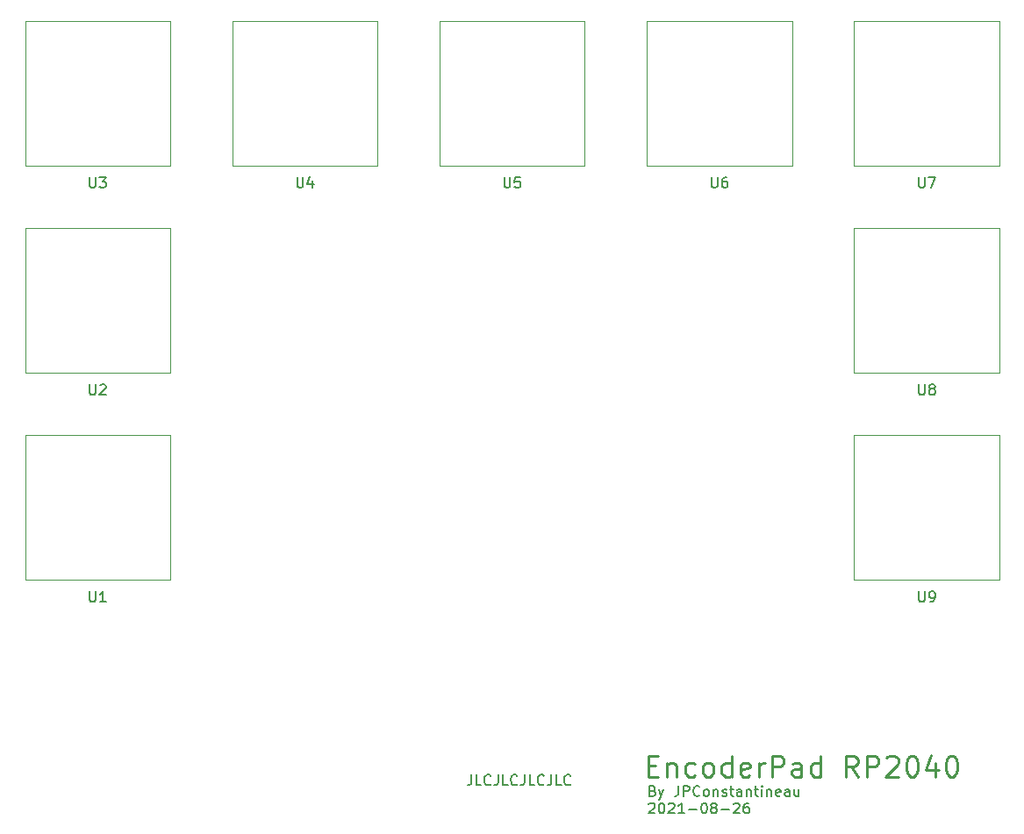
<source format=gbr>
G04 #@! TF.GenerationSoftware,KiCad,Pcbnew,(5.1.10)-1*
G04 #@! TF.CreationDate,2021-08-27T00:07:47-06:00*
G04 #@! TF.ProjectId,EncoderPad_RP2040,456e636f-6465-4725-9061-645f52503230,rev?*
G04 #@! TF.SameCoordinates,Original*
G04 #@! TF.FileFunction,Legend,Top*
G04 #@! TF.FilePolarity,Positive*
%FSLAX46Y46*%
G04 Gerber Fmt 4.6, Leading zero omitted, Abs format (unit mm)*
G04 Created by KiCad (PCBNEW (5.1.10)-1) date 2021-08-27 00:07:47*
%MOMM*%
%LPD*%
G01*
G04 APERTURE LIST*
%ADD10C,0.150000*%
%ADD11C,0.250000*%
%ADD12C,0.120000*%
G04 APERTURE END LIST*
D10*
X113571928Y-142359571D02*
X113714785Y-142407190D01*
X113762404Y-142454809D01*
X113810023Y-142550047D01*
X113810023Y-142692904D01*
X113762404Y-142788142D01*
X113714785Y-142835761D01*
X113619547Y-142883380D01*
X113238595Y-142883380D01*
X113238595Y-141883380D01*
X113571928Y-141883380D01*
X113667166Y-141931000D01*
X113714785Y-141978619D01*
X113762404Y-142073857D01*
X113762404Y-142169095D01*
X113714785Y-142264333D01*
X113667166Y-142311952D01*
X113571928Y-142359571D01*
X113238595Y-142359571D01*
X114143357Y-142216714D02*
X114381452Y-142883380D01*
X114619547Y-142216714D02*
X114381452Y-142883380D01*
X114286214Y-143121476D01*
X114238595Y-143169095D01*
X114143357Y-143216714D01*
X116048119Y-141883380D02*
X116048119Y-142597666D01*
X116000500Y-142740523D01*
X115905261Y-142835761D01*
X115762404Y-142883380D01*
X115667166Y-142883380D01*
X116524309Y-142883380D02*
X116524309Y-141883380D01*
X116905261Y-141883380D01*
X117000500Y-141931000D01*
X117048119Y-141978619D01*
X117095738Y-142073857D01*
X117095738Y-142216714D01*
X117048119Y-142311952D01*
X117000500Y-142359571D01*
X116905261Y-142407190D01*
X116524309Y-142407190D01*
X118095738Y-142788142D02*
X118048119Y-142835761D01*
X117905261Y-142883380D01*
X117810023Y-142883380D01*
X117667166Y-142835761D01*
X117571928Y-142740523D01*
X117524309Y-142645285D01*
X117476690Y-142454809D01*
X117476690Y-142311952D01*
X117524309Y-142121476D01*
X117571928Y-142026238D01*
X117667166Y-141931000D01*
X117810023Y-141883380D01*
X117905261Y-141883380D01*
X118048119Y-141931000D01*
X118095738Y-141978619D01*
X118667166Y-142883380D02*
X118571928Y-142835761D01*
X118524309Y-142788142D01*
X118476690Y-142692904D01*
X118476690Y-142407190D01*
X118524309Y-142311952D01*
X118571928Y-142264333D01*
X118667166Y-142216714D01*
X118810023Y-142216714D01*
X118905261Y-142264333D01*
X118952880Y-142311952D01*
X119000500Y-142407190D01*
X119000500Y-142692904D01*
X118952880Y-142788142D01*
X118905261Y-142835761D01*
X118810023Y-142883380D01*
X118667166Y-142883380D01*
X119429071Y-142216714D02*
X119429071Y-142883380D01*
X119429071Y-142311952D02*
X119476690Y-142264333D01*
X119571928Y-142216714D01*
X119714785Y-142216714D01*
X119810023Y-142264333D01*
X119857642Y-142359571D01*
X119857642Y-142883380D01*
X120286214Y-142835761D02*
X120381452Y-142883380D01*
X120571928Y-142883380D01*
X120667166Y-142835761D01*
X120714785Y-142740523D01*
X120714785Y-142692904D01*
X120667166Y-142597666D01*
X120571928Y-142550047D01*
X120429071Y-142550047D01*
X120333833Y-142502428D01*
X120286214Y-142407190D01*
X120286214Y-142359571D01*
X120333833Y-142264333D01*
X120429071Y-142216714D01*
X120571928Y-142216714D01*
X120667166Y-142264333D01*
X121000500Y-142216714D02*
X121381452Y-142216714D01*
X121143357Y-141883380D02*
X121143357Y-142740523D01*
X121190976Y-142835761D01*
X121286214Y-142883380D01*
X121381452Y-142883380D01*
X122143357Y-142883380D02*
X122143357Y-142359571D01*
X122095738Y-142264333D01*
X122000500Y-142216714D01*
X121810023Y-142216714D01*
X121714785Y-142264333D01*
X122143357Y-142835761D02*
X122048119Y-142883380D01*
X121810023Y-142883380D01*
X121714785Y-142835761D01*
X121667166Y-142740523D01*
X121667166Y-142645285D01*
X121714785Y-142550047D01*
X121810023Y-142502428D01*
X122048119Y-142502428D01*
X122143357Y-142454809D01*
X122619547Y-142216714D02*
X122619547Y-142883380D01*
X122619547Y-142311952D02*
X122667166Y-142264333D01*
X122762404Y-142216714D01*
X122905261Y-142216714D01*
X123000500Y-142264333D01*
X123048119Y-142359571D01*
X123048119Y-142883380D01*
X123381452Y-142216714D02*
X123762404Y-142216714D01*
X123524309Y-141883380D02*
X123524309Y-142740523D01*
X123571928Y-142835761D01*
X123667166Y-142883380D01*
X123762404Y-142883380D01*
X124095738Y-142883380D02*
X124095738Y-142216714D01*
X124095738Y-141883380D02*
X124048119Y-141931000D01*
X124095738Y-141978619D01*
X124143357Y-141931000D01*
X124095738Y-141883380D01*
X124095738Y-141978619D01*
X124571928Y-142216714D02*
X124571928Y-142883380D01*
X124571928Y-142311952D02*
X124619547Y-142264333D01*
X124714785Y-142216714D01*
X124857642Y-142216714D01*
X124952880Y-142264333D01*
X125000500Y-142359571D01*
X125000500Y-142883380D01*
X125857642Y-142835761D02*
X125762404Y-142883380D01*
X125571928Y-142883380D01*
X125476690Y-142835761D01*
X125429071Y-142740523D01*
X125429071Y-142359571D01*
X125476690Y-142264333D01*
X125571928Y-142216714D01*
X125762404Y-142216714D01*
X125857642Y-142264333D01*
X125905261Y-142359571D01*
X125905261Y-142454809D01*
X125429071Y-142550047D01*
X126762404Y-142883380D02*
X126762404Y-142359571D01*
X126714785Y-142264333D01*
X126619547Y-142216714D01*
X126429071Y-142216714D01*
X126333833Y-142264333D01*
X126762404Y-142835761D02*
X126667166Y-142883380D01*
X126429071Y-142883380D01*
X126333833Y-142835761D01*
X126286214Y-142740523D01*
X126286214Y-142645285D01*
X126333833Y-142550047D01*
X126429071Y-142502428D01*
X126667166Y-142502428D01*
X126762404Y-142454809D01*
X127667166Y-142216714D02*
X127667166Y-142883380D01*
X127238595Y-142216714D02*
X127238595Y-142740523D01*
X127286214Y-142835761D01*
X127381452Y-142883380D01*
X127524309Y-142883380D01*
X127619547Y-142835761D01*
X127667166Y-142788142D01*
X113190976Y-143628619D02*
X113238595Y-143581000D01*
X113333833Y-143533380D01*
X113571928Y-143533380D01*
X113667166Y-143581000D01*
X113714785Y-143628619D01*
X113762404Y-143723857D01*
X113762404Y-143819095D01*
X113714785Y-143961952D01*
X113143357Y-144533380D01*
X113762404Y-144533380D01*
X114381452Y-143533380D02*
X114476690Y-143533380D01*
X114571928Y-143581000D01*
X114619547Y-143628619D01*
X114667166Y-143723857D01*
X114714785Y-143914333D01*
X114714785Y-144152428D01*
X114667166Y-144342904D01*
X114619547Y-144438142D01*
X114571928Y-144485761D01*
X114476690Y-144533380D01*
X114381452Y-144533380D01*
X114286214Y-144485761D01*
X114238595Y-144438142D01*
X114190976Y-144342904D01*
X114143357Y-144152428D01*
X114143357Y-143914333D01*
X114190976Y-143723857D01*
X114238595Y-143628619D01*
X114286214Y-143581000D01*
X114381452Y-143533380D01*
X115095738Y-143628619D02*
X115143357Y-143581000D01*
X115238595Y-143533380D01*
X115476690Y-143533380D01*
X115571928Y-143581000D01*
X115619547Y-143628619D01*
X115667166Y-143723857D01*
X115667166Y-143819095D01*
X115619547Y-143961952D01*
X115048119Y-144533380D01*
X115667166Y-144533380D01*
X116619547Y-144533380D02*
X116048119Y-144533380D01*
X116333833Y-144533380D02*
X116333833Y-143533380D01*
X116238595Y-143676238D01*
X116143357Y-143771476D01*
X116048119Y-143819095D01*
X117048119Y-144152428D02*
X117810023Y-144152428D01*
X118476690Y-143533380D02*
X118571928Y-143533380D01*
X118667166Y-143581000D01*
X118714785Y-143628619D01*
X118762404Y-143723857D01*
X118810023Y-143914333D01*
X118810023Y-144152428D01*
X118762404Y-144342904D01*
X118714785Y-144438142D01*
X118667166Y-144485761D01*
X118571928Y-144533380D01*
X118476690Y-144533380D01*
X118381452Y-144485761D01*
X118333833Y-144438142D01*
X118286214Y-144342904D01*
X118238595Y-144152428D01*
X118238595Y-143914333D01*
X118286214Y-143723857D01*
X118333833Y-143628619D01*
X118381452Y-143581000D01*
X118476690Y-143533380D01*
X119381452Y-143961952D02*
X119286214Y-143914333D01*
X119238595Y-143866714D01*
X119190976Y-143771476D01*
X119190976Y-143723857D01*
X119238595Y-143628619D01*
X119286214Y-143581000D01*
X119381452Y-143533380D01*
X119571928Y-143533380D01*
X119667166Y-143581000D01*
X119714785Y-143628619D01*
X119762404Y-143723857D01*
X119762404Y-143771476D01*
X119714785Y-143866714D01*
X119667166Y-143914333D01*
X119571928Y-143961952D01*
X119381452Y-143961952D01*
X119286214Y-144009571D01*
X119238595Y-144057190D01*
X119190976Y-144152428D01*
X119190976Y-144342904D01*
X119238595Y-144438142D01*
X119286214Y-144485761D01*
X119381452Y-144533380D01*
X119571928Y-144533380D01*
X119667166Y-144485761D01*
X119714785Y-144438142D01*
X119762404Y-144342904D01*
X119762404Y-144152428D01*
X119714785Y-144057190D01*
X119667166Y-144009571D01*
X119571928Y-143961952D01*
X120190976Y-144152428D02*
X120952880Y-144152428D01*
X121381452Y-143628619D02*
X121429071Y-143581000D01*
X121524309Y-143533380D01*
X121762404Y-143533380D01*
X121857642Y-143581000D01*
X121905261Y-143628619D01*
X121952880Y-143723857D01*
X121952880Y-143819095D01*
X121905261Y-143961952D01*
X121333833Y-144533380D01*
X121952880Y-144533380D01*
X122810023Y-143533380D02*
X122619547Y-143533380D01*
X122524309Y-143581000D01*
X122476690Y-143628619D01*
X122381452Y-143771476D01*
X122333833Y-143961952D01*
X122333833Y-144342904D01*
X122381452Y-144438142D01*
X122429071Y-144485761D01*
X122524309Y-144533380D01*
X122714785Y-144533380D01*
X122810023Y-144485761D01*
X122857642Y-144438142D01*
X122905261Y-144342904D01*
X122905261Y-144104809D01*
X122857642Y-144009571D01*
X122810023Y-143961952D01*
X122714785Y-143914333D01*
X122524309Y-143914333D01*
X122429071Y-143961952D01*
X122381452Y-144009571D01*
X122333833Y-144104809D01*
D11*
X113160690Y-139938142D02*
X113827357Y-139938142D01*
X114113071Y-140985761D02*
X113160690Y-140985761D01*
X113160690Y-138985761D01*
X114113071Y-138985761D01*
X114970214Y-139652428D02*
X114970214Y-140985761D01*
X114970214Y-139842904D02*
X115065452Y-139747666D01*
X115255928Y-139652428D01*
X115541642Y-139652428D01*
X115732119Y-139747666D01*
X115827357Y-139938142D01*
X115827357Y-140985761D01*
X117636880Y-140890523D02*
X117446404Y-140985761D01*
X117065452Y-140985761D01*
X116874976Y-140890523D01*
X116779738Y-140795285D01*
X116684500Y-140604809D01*
X116684500Y-140033380D01*
X116779738Y-139842904D01*
X116874976Y-139747666D01*
X117065452Y-139652428D01*
X117446404Y-139652428D01*
X117636880Y-139747666D01*
X118779738Y-140985761D02*
X118589261Y-140890523D01*
X118494023Y-140795285D01*
X118398785Y-140604809D01*
X118398785Y-140033380D01*
X118494023Y-139842904D01*
X118589261Y-139747666D01*
X118779738Y-139652428D01*
X119065452Y-139652428D01*
X119255928Y-139747666D01*
X119351166Y-139842904D01*
X119446404Y-140033380D01*
X119446404Y-140604809D01*
X119351166Y-140795285D01*
X119255928Y-140890523D01*
X119065452Y-140985761D01*
X118779738Y-140985761D01*
X121160690Y-140985761D02*
X121160690Y-138985761D01*
X121160690Y-140890523D02*
X120970214Y-140985761D01*
X120589261Y-140985761D01*
X120398785Y-140890523D01*
X120303547Y-140795285D01*
X120208309Y-140604809D01*
X120208309Y-140033380D01*
X120303547Y-139842904D01*
X120398785Y-139747666D01*
X120589261Y-139652428D01*
X120970214Y-139652428D01*
X121160690Y-139747666D01*
X122874976Y-140890523D02*
X122684500Y-140985761D01*
X122303547Y-140985761D01*
X122113071Y-140890523D01*
X122017833Y-140700047D01*
X122017833Y-139938142D01*
X122113071Y-139747666D01*
X122303547Y-139652428D01*
X122684500Y-139652428D01*
X122874976Y-139747666D01*
X122970214Y-139938142D01*
X122970214Y-140128619D01*
X122017833Y-140319095D01*
X123827357Y-140985761D02*
X123827357Y-139652428D01*
X123827357Y-140033380D02*
X123922595Y-139842904D01*
X124017833Y-139747666D01*
X124208309Y-139652428D01*
X124398785Y-139652428D01*
X125065452Y-140985761D02*
X125065452Y-138985761D01*
X125827357Y-138985761D01*
X126017833Y-139081000D01*
X126113071Y-139176238D01*
X126208309Y-139366714D01*
X126208309Y-139652428D01*
X126113071Y-139842904D01*
X126017833Y-139938142D01*
X125827357Y-140033380D01*
X125065452Y-140033380D01*
X127922595Y-140985761D02*
X127922595Y-139938142D01*
X127827357Y-139747666D01*
X127636880Y-139652428D01*
X127255928Y-139652428D01*
X127065452Y-139747666D01*
X127922595Y-140890523D02*
X127732119Y-140985761D01*
X127255928Y-140985761D01*
X127065452Y-140890523D01*
X126970214Y-140700047D01*
X126970214Y-140509571D01*
X127065452Y-140319095D01*
X127255928Y-140223857D01*
X127732119Y-140223857D01*
X127922595Y-140128619D01*
X129732119Y-140985761D02*
X129732119Y-138985761D01*
X129732119Y-140890523D02*
X129541642Y-140985761D01*
X129160690Y-140985761D01*
X128970214Y-140890523D01*
X128874976Y-140795285D01*
X128779738Y-140604809D01*
X128779738Y-140033380D01*
X128874976Y-139842904D01*
X128970214Y-139747666D01*
X129160690Y-139652428D01*
X129541642Y-139652428D01*
X129732119Y-139747666D01*
X133351166Y-140985761D02*
X132684500Y-140033380D01*
X132208309Y-140985761D02*
X132208309Y-138985761D01*
X132970214Y-138985761D01*
X133160690Y-139081000D01*
X133255928Y-139176238D01*
X133351166Y-139366714D01*
X133351166Y-139652428D01*
X133255928Y-139842904D01*
X133160690Y-139938142D01*
X132970214Y-140033380D01*
X132208309Y-140033380D01*
X134208309Y-140985761D02*
X134208309Y-138985761D01*
X134970214Y-138985761D01*
X135160690Y-139081000D01*
X135255928Y-139176238D01*
X135351166Y-139366714D01*
X135351166Y-139652428D01*
X135255928Y-139842904D01*
X135160690Y-139938142D01*
X134970214Y-140033380D01*
X134208309Y-140033380D01*
X136113071Y-139176238D02*
X136208309Y-139081000D01*
X136398785Y-138985761D01*
X136874976Y-138985761D01*
X137065452Y-139081000D01*
X137160690Y-139176238D01*
X137255928Y-139366714D01*
X137255928Y-139557190D01*
X137160690Y-139842904D01*
X136017833Y-140985761D01*
X137255928Y-140985761D01*
X138494023Y-138985761D02*
X138684500Y-138985761D01*
X138874976Y-139081000D01*
X138970214Y-139176238D01*
X139065452Y-139366714D01*
X139160690Y-139747666D01*
X139160690Y-140223857D01*
X139065452Y-140604809D01*
X138970214Y-140795285D01*
X138874976Y-140890523D01*
X138684500Y-140985761D01*
X138494023Y-140985761D01*
X138303547Y-140890523D01*
X138208309Y-140795285D01*
X138113071Y-140604809D01*
X138017833Y-140223857D01*
X138017833Y-139747666D01*
X138113071Y-139366714D01*
X138208309Y-139176238D01*
X138303547Y-139081000D01*
X138494023Y-138985761D01*
X140874976Y-139652428D02*
X140874976Y-140985761D01*
X140398785Y-138890523D02*
X139922595Y-140319095D01*
X141160690Y-140319095D01*
X142303547Y-138985761D02*
X142494023Y-138985761D01*
X142684500Y-139081000D01*
X142779738Y-139176238D01*
X142874976Y-139366714D01*
X142970214Y-139747666D01*
X142970214Y-140223857D01*
X142874976Y-140604809D01*
X142779738Y-140795285D01*
X142684500Y-140890523D01*
X142494023Y-140985761D01*
X142303547Y-140985761D01*
X142113071Y-140890523D01*
X142017833Y-140795285D01*
X141922595Y-140604809D01*
X141827357Y-140223857D01*
X141827357Y-139747666D01*
X141922595Y-139366714D01*
X142017833Y-139176238D01*
X142113071Y-139081000D01*
X142303547Y-138985761D01*
D10*
X96066552Y-140803380D02*
X96066552Y-141517666D01*
X96018933Y-141660523D01*
X95923695Y-141755761D01*
X95780838Y-141803380D01*
X95685600Y-141803380D01*
X97018933Y-141803380D02*
X96542742Y-141803380D01*
X96542742Y-140803380D01*
X97923695Y-141708142D02*
X97876076Y-141755761D01*
X97733219Y-141803380D01*
X97637980Y-141803380D01*
X97495123Y-141755761D01*
X97399885Y-141660523D01*
X97352266Y-141565285D01*
X97304647Y-141374809D01*
X97304647Y-141231952D01*
X97352266Y-141041476D01*
X97399885Y-140946238D01*
X97495123Y-140851000D01*
X97637980Y-140803380D01*
X97733219Y-140803380D01*
X97876076Y-140851000D01*
X97923695Y-140898619D01*
X98637980Y-140803380D02*
X98637980Y-141517666D01*
X98590361Y-141660523D01*
X98495123Y-141755761D01*
X98352266Y-141803380D01*
X98257028Y-141803380D01*
X99590361Y-141803380D02*
X99114171Y-141803380D01*
X99114171Y-140803380D01*
X100495123Y-141708142D02*
X100447504Y-141755761D01*
X100304647Y-141803380D01*
X100209409Y-141803380D01*
X100066552Y-141755761D01*
X99971314Y-141660523D01*
X99923695Y-141565285D01*
X99876076Y-141374809D01*
X99876076Y-141231952D01*
X99923695Y-141041476D01*
X99971314Y-140946238D01*
X100066552Y-140851000D01*
X100209409Y-140803380D01*
X100304647Y-140803380D01*
X100447504Y-140851000D01*
X100495123Y-140898619D01*
X101209409Y-140803380D02*
X101209409Y-141517666D01*
X101161790Y-141660523D01*
X101066552Y-141755761D01*
X100923695Y-141803380D01*
X100828457Y-141803380D01*
X102161790Y-141803380D02*
X101685600Y-141803380D01*
X101685600Y-140803380D01*
X103066552Y-141708142D02*
X103018933Y-141755761D01*
X102876076Y-141803380D01*
X102780838Y-141803380D01*
X102637980Y-141755761D01*
X102542742Y-141660523D01*
X102495123Y-141565285D01*
X102447504Y-141374809D01*
X102447504Y-141231952D01*
X102495123Y-141041476D01*
X102542742Y-140946238D01*
X102637980Y-140851000D01*
X102780838Y-140803380D01*
X102876076Y-140803380D01*
X103018933Y-140851000D01*
X103066552Y-140898619D01*
X103780838Y-140803380D02*
X103780838Y-141517666D01*
X103733219Y-141660523D01*
X103637980Y-141755761D01*
X103495123Y-141803380D01*
X103399885Y-141803380D01*
X104733219Y-141803380D02*
X104257028Y-141803380D01*
X104257028Y-140803380D01*
X105637980Y-141708142D02*
X105590361Y-141755761D01*
X105447504Y-141803380D01*
X105352266Y-141803380D01*
X105209409Y-141755761D01*
X105114171Y-141660523D01*
X105066552Y-141565285D01*
X105018933Y-141374809D01*
X105018933Y-141231952D01*
X105066552Y-141041476D01*
X105114171Y-140946238D01*
X105209409Y-140851000D01*
X105352266Y-140803380D01*
X105447504Y-140803380D01*
X105590361Y-140851000D01*
X105637980Y-140898619D01*
D12*
X147000000Y-122000000D02*
X147000000Y-108000000D01*
X147000000Y-122000000D02*
X133000000Y-122000000D01*
X133000000Y-122000000D02*
X133000000Y-108000000D01*
X133000000Y-108000000D02*
X147000000Y-108000000D01*
X147000000Y-102000000D02*
X147000000Y-88000000D01*
X147000000Y-102000000D02*
X133000000Y-102000000D01*
X133000000Y-102000000D02*
X133000000Y-88000000D01*
X133000000Y-88000000D02*
X147000000Y-88000000D01*
X147000000Y-82000000D02*
X147000000Y-68000000D01*
X147000000Y-82000000D02*
X133000000Y-82000000D01*
X133000000Y-82000000D02*
X133000000Y-68000000D01*
X133000000Y-68000000D02*
X147000000Y-68000000D01*
X127000000Y-82000000D02*
X127000000Y-68000000D01*
X127000000Y-82000000D02*
X113000000Y-82000000D01*
X113000000Y-82000000D02*
X113000000Y-68000000D01*
X113000000Y-68000000D02*
X127000000Y-68000000D01*
X107000000Y-82000000D02*
X107000000Y-68000000D01*
X107000000Y-82000000D02*
X93000000Y-82000000D01*
X93000000Y-82000000D02*
X93000000Y-68000000D01*
X93000000Y-68000000D02*
X107000000Y-68000000D01*
X87010000Y-82000000D02*
X87010000Y-68000000D01*
X87010000Y-82000000D02*
X73010000Y-82000000D01*
X73010000Y-82000000D02*
X73010000Y-68000000D01*
X73010000Y-68000000D02*
X87010000Y-68000000D01*
X67000000Y-82000000D02*
X67000000Y-68000000D01*
X67000000Y-82000000D02*
X53000000Y-82000000D01*
X53000000Y-82000000D02*
X53000000Y-68000000D01*
X53000000Y-68000000D02*
X67000000Y-68000000D01*
X67000000Y-102000000D02*
X67000000Y-88000000D01*
X67000000Y-102000000D02*
X53000000Y-102000000D01*
X53000000Y-102000000D02*
X53000000Y-88000000D01*
X53000000Y-88000000D02*
X67000000Y-88000000D01*
X67000000Y-122000000D02*
X67000000Y-108000000D01*
X67000000Y-122000000D02*
X53000000Y-122000000D01*
X53000000Y-122000000D02*
X53000000Y-108000000D01*
X53000000Y-108000000D02*
X67000000Y-108000000D01*
D10*
X139238095Y-123114880D02*
X139238095Y-123924404D01*
X139285714Y-124019642D01*
X139333333Y-124067261D01*
X139428571Y-124114880D01*
X139619047Y-124114880D01*
X139714285Y-124067261D01*
X139761904Y-124019642D01*
X139809523Y-123924404D01*
X139809523Y-123114880D01*
X140333333Y-124114880D02*
X140523809Y-124114880D01*
X140619047Y-124067261D01*
X140666666Y-124019642D01*
X140761904Y-123876785D01*
X140809523Y-123686309D01*
X140809523Y-123305357D01*
X140761904Y-123210119D01*
X140714285Y-123162500D01*
X140619047Y-123114880D01*
X140428571Y-123114880D01*
X140333333Y-123162500D01*
X140285714Y-123210119D01*
X140238095Y-123305357D01*
X140238095Y-123543452D01*
X140285714Y-123638690D01*
X140333333Y-123686309D01*
X140428571Y-123733928D01*
X140619047Y-123733928D01*
X140714285Y-123686309D01*
X140761904Y-123638690D01*
X140809523Y-123543452D01*
X139238095Y-103114880D02*
X139238095Y-103924404D01*
X139285714Y-104019642D01*
X139333333Y-104067261D01*
X139428571Y-104114880D01*
X139619047Y-104114880D01*
X139714285Y-104067261D01*
X139761904Y-104019642D01*
X139809523Y-103924404D01*
X139809523Y-103114880D01*
X140428571Y-103543452D02*
X140333333Y-103495833D01*
X140285714Y-103448214D01*
X140238095Y-103352976D01*
X140238095Y-103305357D01*
X140285714Y-103210119D01*
X140333333Y-103162500D01*
X140428571Y-103114880D01*
X140619047Y-103114880D01*
X140714285Y-103162500D01*
X140761904Y-103210119D01*
X140809523Y-103305357D01*
X140809523Y-103352976D01*
X140761904Y-103448214D01*
X140714285Y-103495833D01*
X140619047Y-103543452D01*
X140428571Y-103543452D01*
X140333333Y-103591071D01*
X140285714Y-103638690D01*
X140238095Y-103733928D01*
X140238095Y-103924404D01*
X140285714Y-104019642D01*
X140333333Y-104067261D01*
X140428571Y-104114880D01*
X140619047Y-104114880D01*
X140714285Y-104067261D01*
X140761904Y-104019642D01*
X140809523Y-103924404D01*
X140809523Y-103733928D01*
X140761904Y-103638690D01*
X140714285Y-103591071D01*
X140619047Y-103543452D01*
X139238095Y-83114880D02*
X139238095Y-83924404D01*
X139285714Y-84019642D01*
X139333333Y-84067261D01*
X139428571Y-84114880D01*
X139619047Y-84114880D01*
X139714285Y-84067261D01*
X139761904Y-84019642D01*
X139809523Y-83924404D01*
X139809523Y-83114880D01*
X140190476Y-83114880D02*
X140857142Y-83114880D01*
X140428571Y-84114880D01*
X119238095Y-83114880D02*
X119238095Y-83924404D01*
X119285714Y-84019642D01*
X119333333Y-84067261D01*
X119428571Y-84114880D01*
X119619047Y-84114880D01*
X119714285Y-84067261D01*
X119761904Y-84019642D01*
X119809523Y-83924404D01*
X119809523Y-83114880D01*
X120714285Y-83114880D02*
X120523809Y-83114880D01*
X120428571Y-83162500D01*
X120380952Y-83210119D01*
X120285714Y-83352976D01*
X120238095Y-83543452D01*
X120238095Y-83924404D01*
X120285714Y-84019642D01*
X120333333Y-84067261D01*
X120428571Y-84114880D01*
X120619047Y-84114880D01*
X120714285Y-84067261D01*
X120761904Y-84019642D01*
X120809523Y-83924404D01*
X120809523Y-83686309D01*
X120761904Y-83591071D01*
X120714285Y-83543452D01*
X120619047Y-83495833D01*
X120428571Y-83495833D01*
X120333333Y-83543452D01*
X120285714Y-83591071D01*
X120238095Y-83686309D01*
X99238095Y-83114880D02*
X99238095Y-83924404D01*
X99285714Y-84019642D01*
X99333333Y-84067261D01*
X99428571Y-84114880D01*
X99619047Y-84114880D01*
X99714285Y-84067261D01*
X99761904Y-84019642D01*
X99809523Y-83924404D01*
X99809523Y-83114880D01*
X100761904Y-83114880D02*
X100285714Y-83114880D01*
X100238095Y-83591071D01*
X100285714Y-83543452D01*
X100380952Y-83495833D01*
X100619047Y-83495833D01*
X100714285Y-83543452D01*
X100761904Y-83591071D01*
X100809523Y-83686309D01*
X100809523Y-83924404D01*
X100761904Y-84019642D01*
X100714285Y-84067261D01*
X100619047Y-84114880D01*
X100380952Y-84114880D01*
X100285714Y-84067261D01*
X100238095Y-84019642D01*
X79248095Y-83114880D02*
X79248095Y-83924404D01*
X79295714Y-84019642D01*
X79343333Y-84067261D01*
X79438571Y-84114880D01*
X79629047Y-84114880D01*
X79724285Y-84067261D01*
X79771904Y-84019642D01*
X79819523Y-83924404D01*
X79819523Y-83114880D01*
X80724285Y-83448214D02*
X80724285Y-84114880D01*
X80486190Y-83067261D02*
X80248095Y-83781547D01*
X80867142Y-83781547D01*
X59238095Y-83114880D02*
X59238095Y-83924404D01*
X59285714Y-84019642D01*
X59333333Y-84067261D01*
X59428571Y-84114880D01*
X59619047Y-84114880D01*
X59714285Y-84067261D01*
X59761904Y-84019642D01*
X59809523Y-83924404D01*
X59809523Y-83114880D01*
X60190476Y-83114880D02*
X60809523Y-83114880D01*
X60476190Y-83495833D01*
X60619047Y-83495833D01*
X60714285Y-83543452D01*
X60761904Y-83591071D01*
X60809523Y-83686309D01*
X60809523Y-83924404D01*
X60761904Y-84019642D01*
X60714285Y-84067261D01*
X60619047Y-84114880D01*
X60333333Y-84114880D01*
X60238095Y-84067261D01*
X60190476Y-84019642D01*
X59238095Y-103114880D02*
X59238095Y-103924404D01*
X59285714Y-104019642D01*
X59333333Y-104067261D01*
X59428571Y-104114880D01*
X59619047Y-104114880D01*
X59714285Y-104067261D01*
X59761904Y-104019642D01*
X59809523Y-103924404D01*
X59809523Y-103114880D01*
X60238095Y-103210119D02*
X60285714Y-103162500D01*
X60380952Y-103114880D01*
X60619047Y-103114880D01*
X60714285Y-103162500D01*
X60761904Y-103210119D01*
X60809523Y-103305357D01*
X60809523Y-103400595D01*
X60761904Y-103543452D01*
X60190476Y-104114880D01*
X60809523Y-104114880D01*
X59238095Y-123114880D02*
X59238095Y-123924404D01*
X59285714Y-124019642D01*
X59333333Y-124067261D01*
X59428571Y-124114880D01*
X59619047Y-124114880D01*
X59714285Y-124067261D01*
X59761904Y-124019642D01*
X59809523Y-123924404D01*
X59809523Y-123114880D01*
X60809523Y-124114880D02*
X60238095Y-124114880D01*
X60523809Y-124114880D02*
X60523809Y-123114880D01*
X60428571Y-123257738D01*
X60333333Y-123352976D01*
X60238095Y-123400595D01*
M02*

</source>
